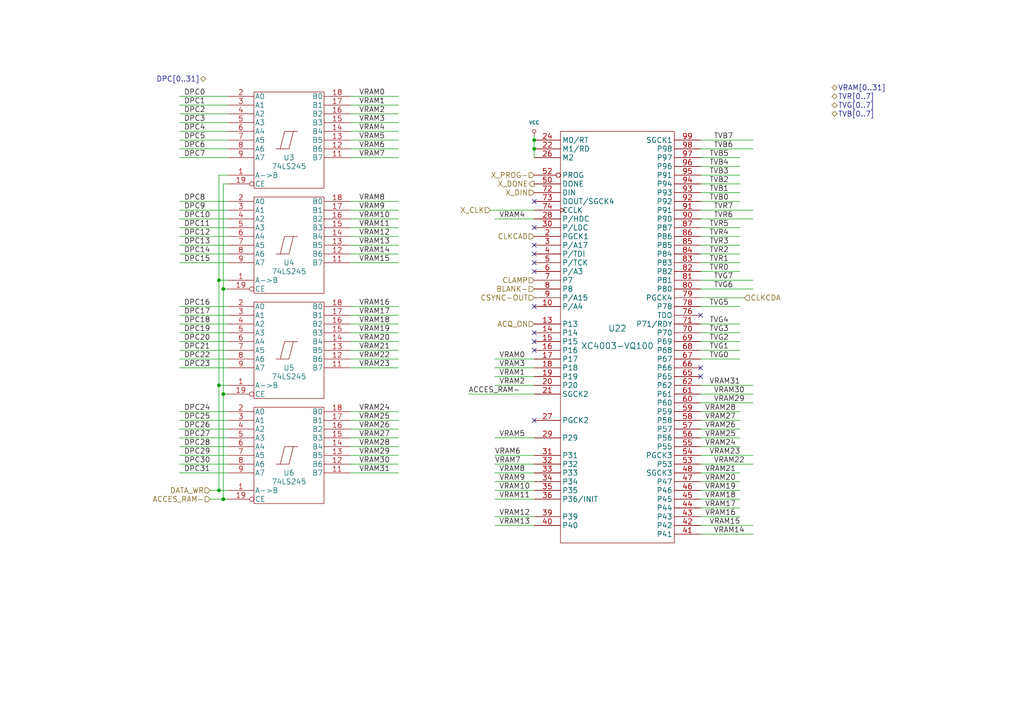
<source format=kicad_sch>
(kicad_sch (version 20200310) (host eeschema "(5.99.0-1545-g9916f24fa)")
  (page "A4")
  (title_block (title "Video") (date "Sun 22 Mar 2015") (rev "2.0B") (company "Kicad EDA"))
  (lib_symbols
    (symbol "video_schlib:74LS245" (pin_names (offset 0.254))
      (property "Reference" "U" (at 2.54 14.605 0))
      (property "Value" "74LS245" (at 1.27 -14.605 0))
      (symbol "74LS245_0_1"
        (rectangle (start -10.16 13.97) (end 10.16 -13.97))
        (polyline (pts (xy 1.27 2.54) (xy 0 -2.54) (xy -2.54 -2.54)))
        (polyline (pts (xy 2.54 2.54) (xy -1.27 2.54) (xy -2.54 -2.54) (xy -3.81 -2.54)))
      )
      (symbol "74LS245_0_0"
        (pin power_in line (at 0 -13.97 90) (length 0) (name "GND") (number "10") hide)
        (pin power_in line (at 0 13.97 270) (length 0) (name "VCC") (number "20") hide)
      )
      (symbol "74LS245_1_1"
        (pin input line (at -17.78 -10.16 0) (length 7.62) (name "A->B") (number "1"))
        (pin tri_state line (at 17.78 -5.08 180) (length 7.62) (name "B7") (number "11"))
        (pin tri_state line (at 17.78 -2.54 180) (length 7.62) (name "B6") (number "12"))
        (pin tri_state line (at 17.78 0 180) (length 7.62) (name "B5") (number "13"))
        (pin tri_state line (at 17.78 2.54 180) (length 7.62) (name "B4") (number "14"))
        (pin tri_state line (at 17.78 5.08 180) (length 7.62) (name "B3") (number "15"))
        (pin tri_state line (at 17.78 7.62 180) (length 7.62) (name "B2") (number "16"))
        (pin tri_state line (at 17.78 10.16 180) (length 7.62) (name "B1") (number "17"))
        (pin tri_state line (at 17.78 12.7 180) (length 7.62) (name "B0") (number "18"))
        (pin input inverted (at -17.78 -12.7 0) (length 7.62) (name "CE") (number "19"))
        (pin tri_state line (at -17.78 12.7 0) (length 7.62) (name "A0") (number "2"))
        (pin tri_state line (at -17.78 10.16 0) (length 7.62) (name "A1") (number "3"))
        (pin tri_state line (at -17.78 7.62 0) (length 7.62) (name "A2") (number "4"))
        (pin tri_state line (at -17.78 5.08 0) (length 7.62) (name "A3") (number "5"))
        (pin tri_state line (at -17.78 2.54 0) (length 7.62) (name "A4") (number "6"))
        (pin tri_state line (at -17.78 0 0) (length 7.62) (name "A5") (number "7"))
        (pin tri_state line (at -17.78 -2.54 0) (length 7.62) (name "A6") (number "8"))
        (pin tri_state line (at -17.78 -5.08 0) (length 7.62) (name "A7") (number "9"))
      )
    )
    (symbol "video_schlib:VCC" (power) (pin_names (offset 0))
      (property "Value" "VCC" (at 0 2.54 0))
      (symbol "VCC_0_1"
        (circle (center 0 1.27) (radius 0.508))
        (polyline (pts (xy 0 0) (xy 0 0.762) (xy 0 0.762)))
      )
      (symbol "VCC_0_0"
        (pin power_in line (at 0 0 90) (length 0) (name "VCC") (number "1") hide)
      )
    )
    (symbol "video_schlib:XC4003-VQ100"
      (property "Reference" "U" (at 0 2.54 0))
      (property "Value" "XC4003-VQ100" (at 0 -2.54 0))
      (symbol "XC4003-VQ100_0_1"
        (rectangle (start -16.51 -59.69) (end 16.51 59.69))
      )
      (symbol "XC4003-VQ100_1_1"
        (pin power_in line (at -13.97 -59.69 90) (length 0) (name "GND") (number "1") hide)
        (pin passive line (at -24.13 8.89 0) (length 7.62) (name "P/A4") (number "10"))
        (pin power_in line (at 3.81 59.69 270) (length 0) (name "VCC") (number "100") hide)
        (pin power_in line (at -11.43 -59.69 90) (length 0) (name "GND") (number "11") hide)
        (pin power_in line (at -13.97 59.69 270) (length 0) (name "VCC") (number "12") hide)
        (pin bidirectional line (at -24.13 3.81 0) (length 7.62) (name "P13") (number "13"))
        (pin passive line (at -24.13 1.27 0) (length 7.62) (name "P14") (number "14"))
        (pin passive line (at -24.13 -1.27 0) (length 7.62) (name "P15") (number "15"))
        (pin passive line (at -24.13 -3.81 0) (length 7.62) (name "P16") (number "16"))
        (pin passive line (at -24.13 -6.35 0) (length 7.62) (name "P17") (number "17"))
        (pin passive line (at -24.13 -8.89 0) (length 7.62) (name "P18") (number "18"))
        (pin passive line (at -24.13 -11.43 0) (length 7.62) (name "P19") (number "19"))
        (pin passive line (at -24.13 29.21 0) (length 7.62) (name "PGCK1") (number "2"))
        (pin passive line (at -24.13 -13.97 0) (length 7.62) (name "P20") (number "20"))
        (pin passive line (at -24.13 -16.51 0) (length 7.62) (name "SGCK2") (number "21"))
        (pin input line (at -24.13 54.61 0) (length 7.62) (name "M1/RD") (number "22"))
        (pin power_in line (at -8.89 -59.69 90) (length 0) (name "GND") (number "23") hide)
        (pin input line (at -24.13 57.15 0) (length 7.62) (name "M0/RT") (number "24"))
        (pin power_in line (at -11.43 59.69 270) (length 0) (name "VCC") (number "25") hide)
        (pin passive line (at -24.13 52.07 0) (length 7.62) (name "M2") (number "26"))
        (pin passive line (at -24.13 -24.13 0) (length 7.62) (name "PGCK2") (number "27"))
        (pin passive line (at -24.13 34.29 0) (length 7.62) (name "P/HDC") (number "28"))
        (pin passive line (at -24.13 -29.21 0) (length 7.62) (name "P29") (number "29"))
        (pin passive line (at -24.13 26.67 0) (length 7.62) (name "P/A17") (number "3"))
        (pin passive line (at -24.13 31.75 0) (length 7.62) (name "P/LDC") (number "30"))
        (pin passive line (at -24.13 -34.29 0) (length 7.62) (name "P31") (number "31"))
        (pin passive line (at -24.13 -36.83 0) (length 7.62) (name "P32") (number "32"))
        (pin passive line (at -24.13 -39.37 0) (length 7.62) (name "P33") (number "33"))
        (pin passive line (at -24.13 -41.91 0) (length 7.62) (name "P34") (number "34"))
        (pin passive line (at -24.13 -44.45 0) (length 7.62) (name "P35") (number "35"))
        (pin passive line (at -24.13 -46.99 0) (length 7.62) (name "P36/INIT") (number "36"))
        (pin power_in line (at -8.89 59.69 270) (length 0) (name "VCC") (number "37") hide)
        (pin power_in line (at -6.35 -59.69 90) (length 0) (name "GND") (number "38") hide)
        (pin passive line (at -24.13 -52.07 0) (length 7.62) (name "P39") (number "39"))
        (pin passive line (at -24.13 24.13 0) (length 7.62) (name "P/TDI") (number "4"))
        (pin passive line (at -24.13 -54.61 0) (length 7.62) (name "P40") (number "40"))
        (pin passive line (at 24.13 -57.15 180) (length 7.62) (name "P41") (number "41"))
        (pin passive line (at 24.13 -54.61 180) (length 7.62) (name "P42") (number "42"))
        (pin passive line (at 24.13 -52.07 180) (length 7.62) (name "P43") (number "43"))
        (pin passive line (at 24.13 -49.53 180) (length 7.62) (name "P44") (number "44"))
        (pin passive line (at 24.13 -46.99 180) (length 7.62) (name "P45") (number "45"))
        (pin passive line (at 24.13 -44.45 180) (length 7.62) (name "P46") (number "46"))
        (pin passive line (at 24.13 -41.91 180) (length 7.62) (name "P47") (number "47"))
        (pin passive line (at 24.13 -39.37 180) (length 7.62) (name "SGCK3") (number "48"))
        (pin power_in line (at -3.81 -59.69 90) (length 0) (name "GND") (number "49") hide)
        (pin passive line (at -24.13 21.59 0) (length 7.62) (name "P/TCK") (number "5"))
        (pin open_collector line (at -24.13 44.45 0) (length 7.62) (name "DONE") (number "50"))
        (pin power_in line (at -6.35 59.69 270) (length 0) (name "VCC") (number "51") hide)
        (pin input inverted (at -24.13 46.99 0) (length 7.62) (name "PROG") (number "52"))
        (pin bidirectional line (at 24.13 -36.83 180) (length 7.62) (name "P53") (number "53"))
        (pin bidirectional line (at 24.13 -34.29 180) (length 7.62) (name "PGCK3") (number "54"))
        (pin passive line (at 24.13 -31.75 180) (length 7.62) (name "P55") (number "55"))
        (pin bidirectional line (at 24.13 -29.21 180) (length 7.62) (name "P56") (number "56"))
        (pin passive line (at 24.13 -26.67 180) (length 7.62) (name "P57") (number "57"))
        (pin passive line (at 24.13 -24.13 180) (length 7.62) (name "P58") (number "58"))
        (pin passive line (at 24.13 -21.59 180) (length 7.62) (name "P59") (number "59"))
        (pin passive line (at -24.13 19.05 0) (length 7.62) (name "P/A3") (number "6"))
        (pin passive line (at 24.13 -19.05 180) (length 7.62) (name "P60") (number "60"))
        (pin passive line (at 24.13 -16.51 180) (length 7.62) (name "P61") (number "61"))
        (pin passive line (at 24.13 -13.97 180) (length 7.62) (name "P62") (number "62"))
        (pin power_in line (at -3.81 59.69 270) (length 0) (name "VCC") (number "63") hide)
        (pin power_in line (at -1.27 -59.69 90) (length 0) (name "GND") (number "64") hide)
        (pin passive line (at 24.13 -11.43 180) (length 7.62) (name "P65") (number "65"))
        (pin passive line (at 24.13 -8.89 180) (length 7.62) (name "P66") (number "66"))
        (pin passive line (at 24.13 -6.35 180) (length 7.62) (name "P67") (number "67"))
        (pin passive line (at 24.13 -3.81 180) (length 7.62) (name "P68") (number "68"))
        (pin passive line (at 24.13 -1.27 180) (length 7.62) (name "P69") (number "69"))
        (pin passive line (at -24.13 16.51 0) (length 7.62) (name "P7") (number "7"))
        (pin passive line (at 24.13 1.27 180) (length 7.62) (name "P70") (number "70"))
        (pin passive line (at 24.13 3.81 180) (length 7.62) (name "P71/RDY") (number "71"))
        (pin passive line (at -24.13 41.91 0) (length 7.62) (name "DIN") (number "72"))
        (pin passive line (at -24.13 39.37 0) (length 7.62) (name "DOUT/SGCK4") (number "73"))
        (pin input clock (at -24.13 36.83 0) (length 7.62) (name "CCLK") (number "74"))
        (pin power_in line (at -1.27 59.69 270) (length 0) (name "VCC") (number "75") hide)
        (pin output line (at 24.13 6.35 180) (length 7.62) (name "TDO") (number "76"))
        (pin power_in line (at 1.27 -59.69 90) (length 0) (name "GND") (number "77") hide)
        (pin passive line (at 24.13 8.89 180) (length 7.62) (name "P78") (number "78"))
        (pin passive line (at 24.13 11.43 180) (length 7.62) (name "PGCK4") (number "79"))
        (pin passive line (at -24.13 13.97 0) (length 7.62) (name "P8") (number "8"))
        (pin passive line (at 24.13 13.97 180) (length 7.62) (name "P80") (number "80"))
        (pin passive line (at 24.13 16.51 180) (length 7.62) (name "P81") (number "81"))
        (pin passive line (at 24.13 19.05 180) (length 7.62) (name "P82") (number "82"))
        (pin passive line (at 24.13 21.59 180) (length 7.62) (name "P83") (number "83"))
        (pin passive line (at 24.13 24.13 180) (length 7.62) (name "P84") (number "84"))
        (pin passive line (at 24.13 26.67 180) (length 7.62) (name "P85") (number "85"))
        (pin passive line (at 24.13 29.21 180) (length 7.62) (name "P86") (number "86"))
        (pin passive line (at 24.13 31.75 180) (length 7.62) (name "P87") (number "87"))
        (pin power_in line (at 3.81 -59.69 90) (length 0) (name "GND") (number "88") hide)
        (pin power_in line (at 1.27 59.69 270) (length 0) (name "VCC") (number "89") hide)
        (pin passive line (at -24.13 11.43 0) (length 7.62) (name "P/A15") (number "9"))
        (pin bidirectional line (at 24.13 34.29 180) (length 7.62) (name "P90") (number "90"))
        (pin passive line (at 24.13 36.83 180) (length 7.62) (name "P91") (number "91"))
        (pin passive line (at 24.13 39.37 180) (length 7.62) (name "P92") (number "92"))
        (pin passive line (at 24.13 41.91 180) (length 7.62) (name "P93") (number "93"))
        (pin passive line (at 24.13 44.45 180) (length 7.62) (name "P94") (number "94"))
        (pin passive line (at 24.13 46.99 180) (length 7.62) (name "P91") (number "95"))
        (pin passive line (at 24.13 49.53 180) (length 7.62) (name "P96") (number "96"))
        (pin passive line (at 24.13 52.07 180) (length 7.62) (name "P97") (number "97"))
        (pin bidirectional line (at 24.13 54.61 180) (length 7.62) (name "P98") (number "98"))
        (pin bidirectional line (at 24.13 57.15 180) (length 7.62) (name "SGCK1") (number "99"))
      )
    )
  )
  (junction (at 63.5 142.24))
  (junction (at 64.77 144.78))
  (junction (at 154.94 40.64))
  (junction (at 63.5 81.28))
  (junction (at 154.94 43.18))
  (junction (at 63.5 111.76))
  (junction (at 64.77 83.82))
  (junction (at 64.77 114.3))
  (no_connect (at 154.94 78.74))
  (no_connect (at 154.94 121.92))
  (no_connect (at 203.2 109.22))
  (no_connect (at 154.94 71.12))
  (no_connect (at 154.94 73.66))
  (no_connect (at 203.2 91.44))
  (no_connect (at 154.94 76.2))
  (no_connect (at 203.2 106.68))
  (no_connect (at 154.94 88.9))
  (no_connect (at 154.94 96.52))
  (no_connect (at 154.94 66.04))
  (no_connect (at 154.94 58.42))
  (no_connect (at 154.94 101.6))
  (no_connect (at 154.94 99.06))
  (wire (pts (xy 60.96 142.24) (xy 63.5 142.24)))
  (wire (pts (xy 63.5 50.8) (xy 66.04 50.8)))
  (wire (pts (xy 63.5 81.28) (xy 63.5 50.8)))
  (wire (pts (xy 63.5 111.76) (xy 63.5 81.28)))
  (wire (pts (xy 63.5 142.24) (xy 63.5 111.76)))
  (wire (pts (xy 63.5 142.24) (xy 66.04 142.24)))
  (wire (pts (xy 64.77 53.34) (xy 66.04 53.34)))
  (wire (pts (xy 64.77 83.82) (xy 64.77 53.34)))
  (wire (pts (xy 64.77 114.3) (xy 64.77 83.82)))
  (wire (pts (xy 64.77 144.78) (xy 60.96 144.78)))
  (wire (pts (xy 64.77 144.78) (xy 64.77 114.3)))
  (wire (pts (xy 66.04 27.94) (xy 52.07 27.94)))
  (wire (pts (xy 66.04 30.48) (xy 52.07 30.48)))
  (wire (pts (xy 66.04 33.02) (xy 52.07 33.02)))
  (wire (pts (xy 66.04 35.56) (xy 52.07 35.56)))
  (wire (pts (xy 66.04 38.1) (xy 52.07 38.1)))
  (wire (pts (xy 66.04 40.64) (xy 52.07 40.64)))
  (wire (pts (xy 66.04 43.18) (xy 52.07 43.18)))
  (wire (pts (xy 66.04 45.72) (xy 52.07 45.72)))
  (wire (pts (xy 66.04 58.42) (xy 52.07 58.42)))
  (wire (pts (xy 66.04 60.96) (xy 52.07 60.96)))
  (wire (pts (xy 66.04 63.5) (xy 52.07 63.5)))
  (wire (pts (xy 66.04 66.04) (xy 52.07 66.04)))
  (wire (pts (xy 66.04 68.58) (xy 52.07 68.58)))
  (wire (pts (xy 66.04 71.12) (xy 52.07 71.12)))
  (wire (pts (xy 66.04 73.66) (xy 52.07 73.66)))
  (wire (pts (xy 66.04 76.2) (xy 52.07 76.2)))
  (wire (pts (xy 66.04 81.28) (xy 63.5 81.28)))
  (wire (pts (xy 66.04 83.82) (xy 64.77 83.82)))
  (wire (pts (xy 66.04 88.9) (xy 52.07 88.9)))
  (wire (pts (xy 66.04 91.44) (xy 52.07 91.44)))
  (wire (pts (xy 66.04 93.98) (xy 52.07 93.98)))
  (wire (pts (xy 66.04 96.52) (xy 52.07 96.52)))
  (wire (pts (xy 66.04 99.06) (xy 52.07 99.06)))
  (wire (pts (xy 66.04 101.6) (xy 52.07 101.6)))
  (wire (pts (xy 66.04 104.14) (xy 52.07 104.14)))
  (wire (pts (xy 66.04 106.68) (xy 52.07 106.68)))
  (wire (pts (xy 66.04 111.76) (xy 63.5 111.76)))
  (wire (pts (xy 66.04 114.3) (xy 64.77 114.3)))
  (wire (pts (xy 66.04 119.38) (xy 52.07 119.38)))
  (wire (pts (xy 66.04 121.92) (xy 52.07 121.92)))
  (wire (pts (xy 66.04 124.46) (xy 52.07 124.46)))
  (wire (pts (xy 66.04 127) (xy 52.07 127)))
  (wire (pts (xy 66.04 129.54) (xy 52.07 129.54)))
  (wire (pts (xy 66.04 132.08) (xy 52.07 132.08)))
  (wire (pts (xy 66.04 134.62) (xy 52.07 134.62)))
  (wire (pts (xy 66.04 137.16) (xy 52.07 137.16)))
  (wire (pts (xy 66.04 144.78) (xy 64.77 144.78)))
  (wire (pts (xy 101.6 27.94) (xy 115.57 27.94)))
  (wire (pts (xy 101.6 30.48) (xy 115.57 30.48)))
  (wire (pts (xy 101.6 33.02) (xy 115.57 33.02)))
  (wire (pts (xy 101.6 35.56) (xy 115.57 35.56)))
  (wire (pts (xy 101.6 38.1) (xy 115.57 38.1)))
  (wire (pts (xy 101.6 40.64) (xy 115.57 40.64)))
  (wire (pts (xy 101.6 43.18) (xy 115.57 43.18)))
  (wire (pts (xy 101.6 45.72) (xy 115.57 45.72)))
  (wire (pts (xy 101.6 58.42) (xy 115.57 58.42)))
  (wire (pts (xy 101.6 60.96) (xy 115.57 60.96)))
  (wire (pts (xy 101.6 63.5) (xy 115.57 63.5)))
  (wire (pts (xy 101.6 66.04) (xy 115.57 66.04)))
  (wire (pts (xy 101.6 68.58) (xy 115.57 68.58)))
  (wire (pts (xy 101.6 71.12) (xy 115.57 71.12)))
  (wire (pts (xy 101.6 73.66) (xy 115.57 73.66)))
  (wire (pts (xy 101.6 76.2) (xy 115.57 76.2)))
  (wire (pts (xy 101.6 88.9) (xy 115.57 88.9)))
  (wire (pts (xy 101.6 91.44) (xy 115.57 91.44)))
  (wire (pts (xy 101.6 93.98) (xy 115.57 93.98)))
  (wire (pts (xy 101.6 96.52) (xy 115.57 96.52)))
  (wire (pts (xy 101.6 99.06) (xy 115.57 99.06)))
  (wire (pts (xy 101.6 101.6) (xy 115.57 101.6)))
  (wire (pts (xy 101.6 104.14) (xy 115.57 104.14)))
  (wire (pts (xy 101.6 106.68) (xy 115.57 106.68)))
  (wire (pts (xy 101.6 119.38) (xy 115.57 119.38)))
  (wire (pts (xy 101.6 121.92) (xy 115.57 121.92)))
  (wire (pts (xy 101.6 124.46) (xy 115.57 124.46)))
  (wire (pts (xy 101.6 127) (xy 115.57 127)))
  (wire (pts (xy 101.6 129.54) (xy 115.57 129.54)))
  (wire (pts (xy 101.6 132.08) (xy 115.57 132.08)))
  (wire (pts (xy 101.6 134.62) (xy 115.57 134.62)))
  (wire (pts (xy 101.6 137.16) (xy 115.57 137.16)))
  (wire (pts (xy 143.51 63.5) (xy 154.94 63.5)))
  (wire (pts (xy 143.51 104.14) (xy 154.94 104.14)))
  (wire (pts (xy 143.51 106.68) (xy 154.94 106.68)))
  (wire (pts (xy 143.51 109.22) (xy 154.94 109.22)))
  (wire (pts (xy 143.51 111.76) (xy 154.94 111.76)))
  (wire (pts (xy 143.51 127) (xy 154.94 127)))
  (wire (pts (xy 143.51 137.16) (xy 154.94 137.16)))
  (wire (pts (xy 143.51 139.7) (xy 154.94 139.7)))
  (wire (pts (xy 143.51 142.24) (xy 154.94 142.24)))
  (wire (pts (xy 143.51 144.78) (xy 154.94 144.78)))
  (wire (pts (xy 143.51 149.86) (xy 154.94 149.86)))
  (wire (pts (xy 143.51 152.4) (xy 154.94 152.4)))
  (wire (pts (xy 154.94 40.64) (xy 154.94 39.37)))
  (wire (pts (xy 154.94 43.18) (xy 154.94 40.64)))
  (wire (pts (xy 154.94 45.72) (xy 154.94 43.18)))
  (wire (pts (xy 154.94 60.96) (xy 142.24 60.96)))
  (wire (pts (xy 154.94 114.3) (xy 135.89 114.3)))
  (wire (pts (xy 154.94 132.08) (xy 143.51 132.08)))
  (wire (pts (xy 154.94 134.62) (xy 143.51 134.62)))
  (wire (pts (xy 203.2 45.72) (xy 214.63 45.72)))
  (wire (pts (xy 203.2 48.26) (xy 214.63 48.26)))
  (wire (pts (xy 203.2 50.8) (xy 214.63 50.8)))
  (wire (pts (xy 203.2 53.34) (xy 214.63 53.34)))
  (wire (pts (xy 203.2 55.88) (xy 214.63 55.88)))
  (wire (pts (xy 203.2 58.42) (xy 214.63 58.42)))
  (wire (pts (xy 203.2 66.04) (xy 214.63 66.04)))
  (wire (pts (xy 203.2 68.58) (xy 214.63 68.58)))
  (wire (pts (xy 203.2 71.12) (xy 214.63 71.12)))
  (wire (pts (xy 203.2 73.66) (xy 214.63 73.66)))
  (wire (pts (xy 203.2 76.2) (xy 214.63 76.2)))
  (wire (pts (xy 203.2 78.74) (xy 214.63 78.74)))
  (wire (pts (xy 203.2 86.36) (xy 215.9 86.36)))
  (wire (pts (xy 203.2 88.9) (xy 214.63 88.9)))
  (wire (pts (xy 203.2 93.98) (xy 214.63 93.98)))
  (wire (pts (xy 203.2 96.52) (xy 214.63 96.52)))
  (wire (pts (xy 203.2 99.06) (xy 214.63 99.06)))
  (wire (pts (xy 203.2 101.6) (xy 214.63 101.6)))
  (wire (pts (xy 203.2 104.14) (xy 214.63 104.14)))
  (wire (pts (xy 203.2 119.38) (xy 214.63 119.38)))
  (wire (pts (xy 203.2 121.92) (xy 214.63 121.92)))
  (wire (pts (xy 203.2 124.46) (xy 214.63 124.46)))
  (wire (pts (xy 203.2 127) (xy 214.63 127)))
  (wire (pts (xy 203.2 129.54) (xy 214.63 129.54)))
  (wire (pts (xy 203.2 137.16) (xy 214.63 137.16)))
  (wire (pts (xy 203.2 139.7) (xy 214.63 139.7)))
  (wire (pts (xy 203.2 142.24) (xy 214.63 142.24)))
  (wire (pts (xy 203.2 144.78) (xy 214.63 144.78)))
  (wire (pts (xy 203.2 147.32) (xy 214.63 147.32)))
  (wire (pts (xy 203.2 149.86) (xy 214.63 149.86)))
  (wire (pts (xy 218.44 40.64) (xy 203.2 40.64)))
  (wire (pts (xy 218.44 43.18) (xy 203.2 43.18)))
  (wire (pts (xy 218.44 60.96) (xy 203.2 60.96)))
  (wire (pts (xy 218.44 63.5) (xy 203.2 63.5)))
  (wire (pts (xy 218.44 81.28) (xy 203.2 81.28)))
  (wire (pts (xy 218.44 83.82) (xy 203.2 83.82)))
  (wire (pts (xy 218.44 111.76) (xy 203.2 111.76)))
  (wire (pts (xy 218.44 114.3) (xy 203.2 114.3)))
  (wire (pts (xy 218.44 116.84) (xy 203.2 116.84)))
  (wire (pts (xy 218.44 132.08) (xy 203.2 132.08)))
  (wire (pts (xy 218.44 134.62) (xy 203.2 134.62)))
  (wire (pts (xy 218.44 152.4) (xy 203.2 152.4)))
  (wire (pts (xy 218.44 154.94) (xy 203.2 154.94)))
  (label "DPC0" (at 53.34 27.94 0) (effects (font (size 1.524 1.524))))
  (label "DPC1" (at 53.34 30.48 0) (effects (font (size 1.524 1.524))))
  (label "DPC2" (at 53.34 33.02 0) (effects (font (size 1.524 1.524))))
  (label "DPC3" (at 53.34 35.56 0) (effects (font (size 1.524 1.524))))
  (label "DPC4" (at 53.34 38.1 0) (effects (font (size 1.524 1.524))))
  (label "DPC5" (at 53.34 40.64 0) (effects (font (size 1.524 1.524))))
  (label "DPC6" (at 53.34 43.18 0) (effects (font (size 1.524 1.524))))
  (label "DPC7" (at 53.34 45.72 0) (effects (font (size 1.524 1.524))))
  (label "DPC8" (at 53.34 58.42 0) (effects (font (size 1.524 1.524))))
  (label "DPC9" (at 53.34 60.96 0) (effects (font (size 1.524 1.524))))
  (label "DPC10" (at 53.34 63.5 0) (effects (font (size 1.524 1.524))))
  (label "DPC11" (at 53.34 66.04 0) (effects (font (size 1.524 1.524))))
  (label "DPC12" (at 53.34 68.58 0) (effects (font (size 1.524 1.524))))
  (label "DPC13" (at 53.34 71.12 0) (effects (font (size 1.524 1.524))))
  (label "DPC14" (at 53.34 73.66 0) (effects (font (size 1.524 1.524))))
  (label "DPC15" (at 53.34 76.2 0) (effects (font (size 1.524 1.524))))
  (label "DPC16" (at 53.34 88.9 0) (effects (font (size 1.524 1.524))))
  (label "DPC17" (at 53.34 91.44 0) (effects (font (size 1.524 1.524))))
  (label "DPC18" (at 53.34 93.98 0) (effects (font (size 1.524 1.524))))
  (label "DPC19" (at 53.34 96.52 0) (effects (font (size 1.524 1.524))))
  (label "DPC20" (at 53.34 99.06 0) (effects (font (size 1.524 1.524))))
  (label "DPC21" (at 53.34 101.6 0) (effects (font (size 1.524 1.524))))
  (label "DPC22" (at 53.34 104.14 0) (effects (font (size 1.524 1.524))))
  (label "DPC23" (at 53.34 106.68 0) (effects (font (size 1.524 1.524))))
  (label "DPC24" (at 53.34 119.38 0) (effects (font (size 1.524 1.524))))
  (label "DPC25" (at 53.34 121.92 0) (effects (font (size 1.524 1.524))))
  (label "DPC26" (at 53.34 124.46 0) (effects (font (size 1.524 1.524))))
  (label "DPC27" (at 53.34 127 0) (effects (font (size 1.524 1.524))))
  (label "DPC28" (at 53.34 129.54 0) (effects (font (size 1.524 1.524))))
  (label "DPC29" (at 53.34 132.08 0) (effects (font (size 1.524 1.524))))
  (label "DPC30" (at 53.34 134.62 0) (effects (font (size 1.524 1.524))))
  (label "DPC31" (at 53.34 137.16 0) (effects (font (size 1.524 1.524))))
  (label "VRAM0" (at 104.14 27.94 0) (effects (font (size 1.524 1.524))))
  (label "VRAM1" (at 104.14 30.48 0) (effects (font (size 1.524 1.524))))
  (label "VRAM2" (at 104.14 33.02 0) (effects (font (size 1.524 1.524))))
  (label "VRAM3" (at 104.14 35.56 0) (effects (font (size 1.524 1.524))))
  (label "VRAM4" (at 104.14 38.1 0) (effects (font (size 1.524 1.524))))
  (label "VRAM5" (at 104.14 40.64 0) (effects (font (size 1.524 1.524))))
  (label "VRAM6" (at 104.14 43.18 0) (effects (font (size 1.524 1.524))))
  (label "VRAM7" (at 104.14 45.72 0) (effects (font (size 1.524 1.524))))
  (label "VRAM8" (at 104.14 58.42 0) (effects (font (size 1.524 1.524))))
  (label "VRAM9" (at 104.14 60.96 0) (effects (font (size 1.524 1.524))))
  (label "VRAM10" (at 104.14 63.5 0) (effects (font (size 1.524 1.524))))
  (label "VRAM11" (at 104.14 66.04 0) (effects (font (size 1.524 1.524))))
  (label "VRAM12" (at 104.14 68.58 0) (effects (font (size 1.524 1.524))))
  (label "VRAM13" (at 104.14 71.12 0) (effects (font (size 1.524 1.524))))
  (label "VRAM14" (at 104.14 73.66 0) (effects (font (size 1.524 1.524))))
  (label "VRAM15" (at 104.14 76.2 0) (effects (font (size 1.524 1.524))))
  (label "VRAM16" (at 104.14 88.9 0) (effects (font (size 1.524 1.524))))
  (label "VRAM17" (at 104.14 91.44 0) (effects (font (size 1.524 1.524))))
  (label "VRAM18" (at 104.14 93.98 0) (effects (font (size 1.524 1.524))))
  (label "VRAM19" (at 104.14 96.52 0) (effects (font (size 1.524 1.524))))
  (label "VRAM20" (at 104.14 99.06 0) (effects (font (size 1.524 1.524))))
  (label "VRAM21" (at 104.14 101.6 0) (effects (font (size 1.524 1.524))))
  (label "VRAM22" (at 104.14 104.14 0) (effects (font (size 1.524 1.524))))
  (label "VRAM23" (at 104.14 106.68 0) (effects (font (size 1.524 1.524))))
  (label "VRAM24" (at 104.14 119.38 0) (effects (font (size 1.524 1.524))))
  (label "VRAM25" (at 104.14 121.92 0) (effects (font (size 1.524 1.524))))
  (label "VRAM26" (at 104.14 124.46 0) (effects (font (size 1.524 1.524))))
  (label "VRAM27" (at 104.14 127 0) (effects (font (size 1.524 1.524))))
  (label "VRAM28" (at 104.14 129.54 0) (effects (font (size 1.524 1.524))))
  (label "VRAM29" (at 104.14 132.08 0) (effects (font (size 1.524 1.524))))
  (label "VRAM30" (at 104.14 134.62 0) (effects (font (size 1.524 1.524))))
  (label "VRAM31" (at 104.14 137.16 0) (effects (font (size 1.524 1.524))))
  (label "ACCES_RAM-" (at 135.89 114.3 0) (effects (font (size 1.524 1.524))))
  (label "VRAM6" (at 143.51 132.08 0) (effects (font (size 1.524 1.524))))
  (label "VRAM7" (at 143.51 134.62 0) (effects (font (size 1.524 1.524))))
  (label "VRAM4" (at 144.78 63.5 0) (effects (font (size 1.524 1.524))))
  (label "VRAM0" (at 144.78 104.14 0) (effects (font (size 1.524 1.524))))
  (label "VRAM3" (at 144.78 106.68 0) (effects (font (size 1.524 1.524))))
  (label "VRAM1" (at 144.78 109.22 0) (effects (font (size 1.524 1.524))))
  (label "VRAM2" (at 144.78 111.76 0) (effects (font (size 1.524 1.524))))
  (label "VRAM5" (at 144.78 127 0) (effects (font (size 1.524 1.524))))
  (label "VRAM8" (at 144.78 137.16 0) (effects (font (size 1.524 1.524))))
  (label "VRAM9" (at 144.78 139.7 0) (effects (font (size 1.524 1.524))))
  (label "VRAM10" (at 144.78 142.24 0) (effects (font (size 1.524 1.524))))
  (label "VRAM11" (at 144.78 144.78 0) (effects (font (size 1.524 1.524))))
  (label "VRAM12" (at 144.78 149.86 0) (effects (font (size 1.524 1.524))))
  (label "VRAM13" (at 144.78 152.4 0) (effects (font (size 1.524 1.524))))
  (label "VRAM28" (at 204.47 119.38 0) (effects (font (size 1.524 1.524))))
  (label "VRAM27" (at 204.47 121.92 0) (effects (font (size 1.524 1.524))))
  (label "VRAM26" (at 204.47 124.46 0) (effects (font (size 1.524 1.524))))
  (label "VRAM25" (at 204.47 127 0) (effects (font (size 1.524 1.524))))
  (label "VRAM24" (at 204.47 129.54 0) (effects (font (size 1.524 1.524))))
  (label "VRAM21" (at 204.47 137.16 0) (effects (font (size 1.524 1.524))))
  (label "VRAM20" (at 204.47 139.7 0) (effects (font (size 1.524 1.524))))
  (label "VRAM19" (at 204.47 142.24 0) (effects (font (size 1.524 1.524))))
  (label "VRAM18" (at 204.47 144.78 0) (effects (font (size 1.524 1.524))))
  (label "VRAM17" (at 204.47 147.32 0) (effects (font (size 1.524 1.524))))
  (label "VRAM16" (at 204.47 149.86 0) (effects (font (size 1.524 1.524))))
  (label "TVB5" (at 205.74 45.72 0) (effects (font (size 1.524 1.524))))
  (label "TVB4" (at 205.74 48.26 0) (effects (font (size 1.524 1.524))))
  (label "TVB3" (at 205.74 50.8 0) (effects (font (size 1.524 1.524))))
  (label "TVB2" (at 205.74 53.34 0) (effects (font (size 1.524 1.524))))
  (label "TVB1" (at 205.74 55.88 0) (effects (font (size 1.524 1.524))))
  (label "TVB0" (at 205.74 58.42 0) (effects (font (size 1.524 1.524))))
  (label "TVR5" (at 205.74 66.04 0) (effects (font (size 1.524 1.524))))
  (label "TVR4" (at 205.74 68.58 0) (effects (font (size 1.524 1.524))))
  (label "TVR3" (at 205.74 71.12 0) (effects (font (size 1.524 1.524))))
  (label "TVR2" (at 205.74 73.66 0) (effects (font (size 1.524 1.524))))
  (label "TVR1" (at 205.74 76.2 0) (effects (font (size 1.524 1.524))))
  (label "TVR0" (at 205.74 78.74 0) (effects (font (size 1.524 1.524))))
  (label "TVG5" (at 205.74 88.9 0) (effects (font (size 1.524 1.524))))
  (label "TVG4" (at 205.74 93.98 0) (effects (font (size 1.524 1.524))))
  (label "TVG3" (at 205.74 96.52 0) (effects (font (size 1.524 1.524))))
  (label "TVG2" (at 205.74 99.06 0) (effects (font (size 1.524 1.524))))
  (label "TVG1" (at 205.74 101.6 0) (effects (font (size 1.524 1.524))))
  (label "TVG0" (at 205.74 104.14 0) (effects (font (size 1.524 1.524))))
  (label "VRAM31" (at 205.74 111.76 0) (effects (font (size 1.524 1.524))))
  (label "VRAM23" (at 205.74 132.08 0) (effects (font (size 1.524 1.524))))
  (label "VRAM15" (at 205.74 152.4 0) (effects (font (size 1.524 1.524))))
  (label "TVB7" (at 207.01 40.64 0) (effects (font (size 1.524 1.524))))
  (label "TVB6" (at 207.01 43.18 0) (effects (font (size 1.524 1.524))))
  (label "TVR7" (at 207.01 60.96 0) (effects (font (size 1.524 1.524))))
  (label "TVR6" (at 207.01 63.5 0) (effects (font (size 1.524 1.524))))
  (label "TVG7" (at 207.01 81.28 0) (effects (font (size 1.524 1.524))))
  (label "TVG6" (at 207.01 83.82 0) (effects (font (size 1.524 1.524))))
  (label "VRAM30" (at 207.01 114.3 0) (effects (font (size 1.524 1.524))))
  (label "VRAM29" (at 207.01 116.84 0) (effects (font (size 1.524 1.524))))
  (label "VRAM22" (at 207.01 134.62 0) (effects (font (size 1.524 1.524))))
  (label "VRAM14" (at 207.01 154.94 0) (effects (font (size 1.524 1.524))))
  (hierarchical_label "DPC[0..31]" (shape bidirectional) (at 59.69 22.86 180) (effects (font (size 1.524 1.524))))
  (hierarchical_label "DATA_WR" (shape input) (at 60.96 142.24 180) (effects (font (size 1.524 1.524))))
  (hierarchical_label "ACCES_RAM-" (shape input) (at 60.96 144.78 180) (effects (font (size 1.524 1.524))))
  (hierarchical_label "X_CLK" (shape input) (at 142.24 60.96 180) (effects (font (size 1.524 1.524))))
  (hierarchical_label "X_PROG-" (shape input) (at 154.94 50.8 180) (effects (font (size 1.524 1.524))))
  (hierarchical_label "X_DONE" (shape output) (at 154.94 53.34 180) (effects (font (size 1.524 1.524))))
  (hierarchical_label "X_DIN" (shape input) (at 154.94 55.88 180) (effects (font (size 1.524 1.524))))
  (hierarchical_label "CLKCAD" (shape input) (at 154.94 68.58 180) (effects (font (size 1.524 1.524))))
  (hierarchical_label "CLAMP" (shape input) (at 154.94 81.28 180) (effects (font (size 1.524 1.524))))
  (hierarchical_label "BLANK-" (shape input) (at 154.94 83.82 180) (effects (font (size 1.524 1.524))))
  (hierarchical_label "CSYNC-OUT" (shape input) (at 154.94 86.36 180) (effects (font (size 1.524 1.524))))
  (hierarchical_label "ACQ_ON" (shape input) (at 154.94 93.98 180) (effects (font (size 1.524 1.524))))
  (hierarchical_label "CLKCDA" (shape input) (at 215.9 86.36 0) (effects (font (size 1.524 1.524))))
  (hierarchical_label "VRAM[0..31]" (shape bidirectional) (at 241.3 25.4 0) (effects (font (size 1.524 1.524))))
  (hierarchical_label "TVR[0..7]" (shape bidirectional) (at 241.3 27.94 0) (effects (font (size 1.524 1.524))))
  (hierarchical_label "TVG[0..7]" (shape bidirectional) (at 241.3 30.48 0) (effects (font (size 1.524 1.524))))
  (hierarchical_label "TVB[0..7]" (shape bidirectional) (at 241.3 33.02 0) (effects (font (size 1.524 1.524))))
  (symbol (lib_id "video_schlib:VCC") (at 154.94 39.37 0) (unit 1)
    (property "Reference" "#PWR06" (effects hide))
    (property "Value" "VCC" (at 154.94 35.56 0) (effects (font (size 1.016 1.016))))
  )
  (symbol (lib_id "video_schlib:74LS245") (at 83.82 40.64 0) (unit 1)
    (property "Reference" "U3" (at 83.82 45.72 0) (effects (font (size 1.524 1.524))))
    (property "Value" "74LS245" (at 83.82 48.26 0) (effects (font (size 1.524 1.524))))
    (property "Footprint" "Package_SO:SOIC-20W_7.5x12.8mm_P1.27mm" (effects hide))
  )
  (symbol (lib_id "video_schlib:74LS245") (at 83.82 71.12 0) (unit 1)
    (property "Reference" "U4" (at 83.82 76.2 0) (effects (font (size 1.524 1.524))))
    (property "Value" "74LS245" (at 83.82 78.74 0) (effects (font (size 1.524 1.524))))
    (property "Footprint" "Package_SO:SOIC-20W_7.5x12.8mm_P1.27mm" (effects hide))
  )
  (symbol (lib_id "video_schlib:74LS245") (at 83.82 101.6 0) (unit 1)
    (property "Reference" "U5" (at 83.82 106.68 0) (effects (font (size 1.524 1.524))))
    (property "Value" "74LS245" (at 83.82 109.22 0) (effects (font (size 1.524 1.524))))
    (property "Footprint" "Package_SO:SOIC-20W_7.5x12.8mm_P1.27mm" (effects hide))
  )
  (symbol (lib_id "video_schlib:74LS245") (at 83.82 132.08 0) (unit 1)
    (property "Reference" "U6" (at 83.82 137.16 0) (effects (font (size 1.524 1.524))))
    (property "Value" "74LS245" (at 83.82 139.7 0) (effects (font (size 1.524 1.524))))
    (property "Footprint" "Package_SO:SOIC-20W_7.5x12.8mm_P1.27mm" (effects hide))
  )
  (symbol (lib_id "video_schlib:XC4003-VQ100") (at 179.07 97.79 0) (unit 1)
    (property "Reference" "U22" (at 179.07 95.25 0) (effects (font (size 1.778 1.778))))
    (property "Value" "XC4003-VQ100" (at 179.07 100.33 0) (effects (font (size 1.778 1.778))))
    (property "Footprint" "Package_QFP:TQFP-100_14x14mm_P0.5mm" (effects hide))
  )
)
</source>
